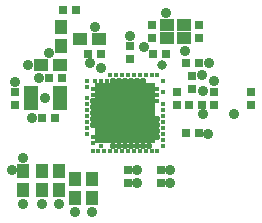
<source format=gbr>
G04 EAGLE Gerber RS-274X export*
G75*
%MOMM*%
%FSLAX34Y34*%
%LPD*%
%INSoldermask Top*%
%IPPOS*%
%AMOC8*
5,1,8,0,0,1.08239X$1,22.5*%
G01*
%ADD10R,1.153200X1.053200*%
%ADD11R,0.803200X0.803200*%
%ADD12R,1.253200X1.103200*%
%ADD13R,1.203200X2.003200*%
%ADD14R,1.103200X1.253200*%
%ADD15R,5.053200X5.053200*%
%ADD16C,0.403200*%
%ADD17C,0.909600*%
%ADD18C,0.803200*%
%ADD19C,0.556400*%


D10*
X154250Y170750D03*
X139750Y170750D03*
X139750Y159250D03*
X154250Y159250D03*
D11*
X158000Y103000D03*
X169000Y103000D03*
X127000Y159500D03*
X127000Y170500D03*
X167000Y170500D03*
X167000Y159500D03*
X148000Y103000D03*
X148000Y114000D03*
X51000Y125500D03*
X40000Y125500D03*
X106500Y48000D03*
X106500Y37000D03*
X134500Y48000D03*
X134500Y37000D03*
X161000Y127500D03*
X161000Y116500D03*
X155500Y138000D03*
X166500Y138000D03*
D12*
X49000Y137000D03*
X33000Y137000D03*
X66000Y159000D03*
X82000Y159000D03*
D13*
X24000Y108500D03*
X49000Y108500D03*
D11*
X11000Y114000D03*
X11000Y103000D03*
X33500Y91500D03*
X44500Y91500D03*
X51500Y183000D03*
X62500Y183000D03*
D14*
X50000Y153000D03*
X50000Y169000D03*
D15*
X104000Y96000D03*
D16*
X76500Y96000D03*
X76500Y101000D03*
X76500Y106000D03*
X76500Y111000D03*
X76500Y116000D03*
X71500Y118500D03*
X71500Y108500D03*
X71500Y103500D03*
X71500Y98500D03*
X71500Y93500D03*
X76500Y91000D03*
X76500Y86000D03*
X71500Y88500D03*
X71500Y83500D03*
X71500Y78500D03*
X76500Y76000D03*
X76500Y71000D03*
X76500Y63500D03*
X81500Y63500D03*
X84000Y68500D03*
X86500Y63500D03*
X91500Y63500D03*
X96500Y63500D03*
X101500Y63500D03*
X106500Y63500D03*
X111500Y63500D03*
X116500Y63500D03*
X121500Y63500D03*
X126500Y63500D03*
X131500Y63500D03*
X124000Y68500D03*
X119000Y68500D03*
X114000Y68500D03*
X109000Y68500D03*
X104000Y68500D03*
X99000Y68500D03*
X94000Y68500D03*
X131500Y76000D03*
X136500Y73500D03*
X136500Y68500D03*
X136500Y78500D03*
X131500Y81000D03*
X136500Y83500D03*
X131500Y86000D03*
X131500Y91000D03*
X136500Y88500D03*
X136500Y93500D03*
X136500Y98500D03*
X136500Y103500D03*
X131500Y106000D03*
X131500Y111000D03*
X136500Y113500D03*
X131500Y116000D03*
X136500Y123500D03*
X71500Y123500D03*
X84000Y123500D03*
X89000Y123500D03*
X94000Y123500D03*
X96500Y128500D03*
X99000Y123500D03*
X101500Y128500D03*
X104000Y123500D03*
X106500Y128500D03*
X109000Y123500D03*
X111500Y128500D03*
X114000Y123500D03*
X116500Y128500D03*
X119000Y123500D03*
X121500Y128500D03*
X126500Y128500D03*
X131500Y128500D03*
X79000Y123500D03*
X91500Y128500D03*
D11*
X155500Y79000D03*
X166500Y79000D03*
X179000Y103000D03*
X179000Y114000D03*
X211000Y103000D03*
X211000Y114000D03*
X127500Y146000D03*
X138500Y146000D03*
X108000Y141500D03*
X108000Y152500D03*
D14*
X18000Y47000D03*
X18000Y31000D03*
X34000Y47000D03*
X34000Y31000D03*
X62000Y40000D03*
X62000Y24000D03*
X48000Y31000D03*
X48000Y47000D03*
D11*
X72500Y146000D03*
X83500Y146000D03*
D14*
X76000Y40000D03*
X76000Y24000D03*
D17*
X174000Y78500D03*
X196000Y95000D03*
X170000Y95000D03*
X170000Y115000D03*
X179000Y123000D03*
X175000Y138000D03*
X155000Y149000D03*
X139000Y181000D03*
X108000Y161000D03*
X142000Y37000D03*
X114000Y37000D03*
X76000Y12000D03*
X62000Y12000D03*
X34000Y19000D03*
X18000Y19000D03*
X18000Y58000D03*
X25000Y91500D03*
X36500Y108500D03*
X11000Y122500D03*
X31500Y125500D03*
X22000Y137000D03*
X79000Y169000D03*
X84000Y134000D03*
D18*
X135000Y137000D03*
D17*
X74000Y138000D03*
X169500Y128000D03*
X120000Y152000D03*
X114000Y48000D03*
X142000Y48000D03*
X48000Y19000D03*
X40000Y147000D03*
X8000Y48000D03*
D19*
X131500Y76000D03*
X131500Y81000D03*
X131500Y86000D03*
X131500Y91000D03*
X94000Y123500D03*
X99000Y123500D03*
X104000Y123500D03*
X109000Y123500D03*
X114000Y123500D03*
X119000Y123500D03*
X76500Y106000D03*
X76500Y101000D03*
X76500Y96000D03*
X76500Y91000D03*
X76500Y86000D03*
X124000Y68500D03*
X119000Y68500D03*
X114000Y68500D03*
X109000Y68500D03*
X104000Y68500D03*
X99000Y68500D03*
X94000Y68500D03*
M02*

</source>
